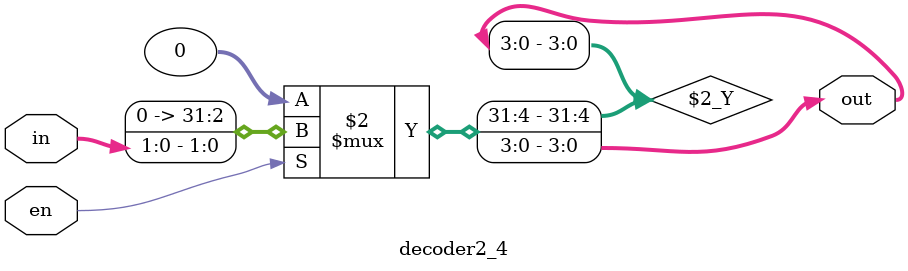
<source format=v>
module decoder2_4(in,out,en);
    input [1:0] in;
    input en;
    output [3:0] out;
    assign out = en? in:0;
endmodule
</source>
